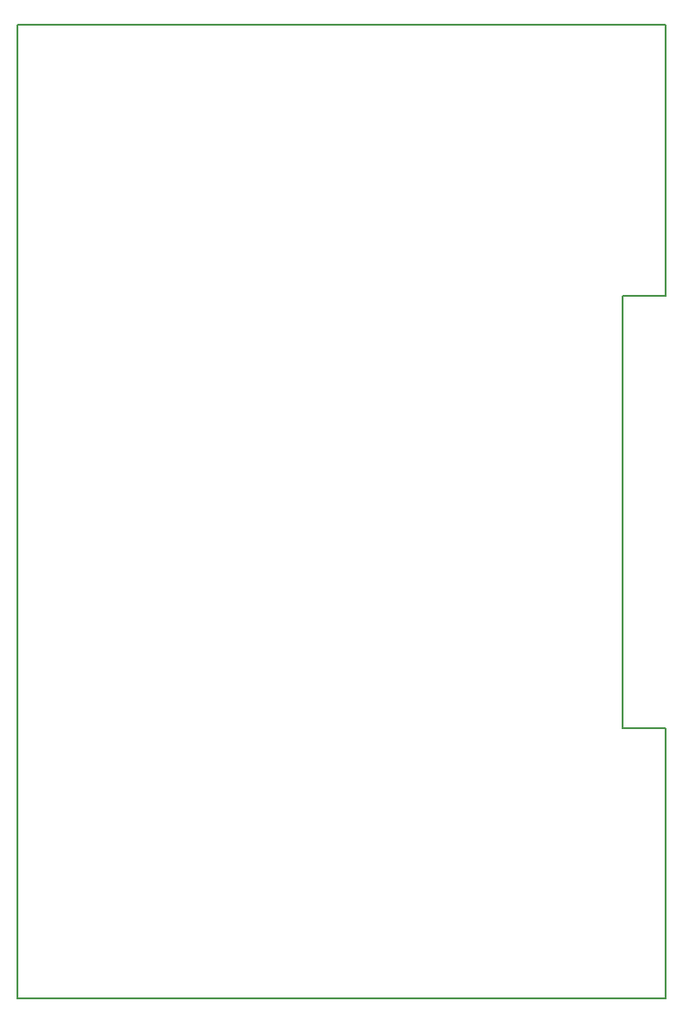
<source format=gko>
G04*
G04 #@! TF.GenerationSoftware,Altium Limited,Altium Designer,20.1.11 (218)*
G04*
G04 Layer_Color=16711935*
%FSTAX24Y24*%
%MOIN*%
G70*
G04*
G04 #@! TF.SameCoordinates,265BAA9A-0927-4A7B-A448-E96A6529A9FE*
G04*
G04*
G04 #@! TF.FilePolarity,Positive*
G04*
G01*
G75*
%ADD20C,0.0070*%
D20*
X09325Y07845D02*
Y113883D01*
Y07845D02*
X116872D01*
Y088293D01*
X115297D02*
X116872D01*
X115297D02*
Y104041D01*
X116872D01*
Y113883D01*
X09325D02*
X116872D01*
M02*

</source>
